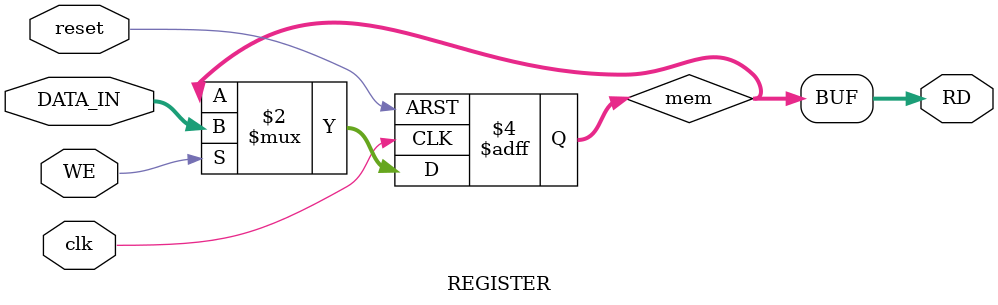
<source format=sv>

module REGISTER #(parameter M = 32)
				(  input logic   clk,reset,
					input logic   WE,
					input logic [M-1:0] DATA_IN,
					output reg  [M-1:0] RD
					);
				
		logic [M-1:0] mem;
		
		always_ff @(posedge clk,posedge reset)
		begin
		  
		   if (reset) mem <= 32'b0;
			else if (WE) mem  <= DATA_IN; //Escritura habilitada de forma sincrónica	
			
		 end
		 
		 	assign RD = mem;//La lectura simepre ocurre de forma inmediata
	
		
endmodule

</source>
